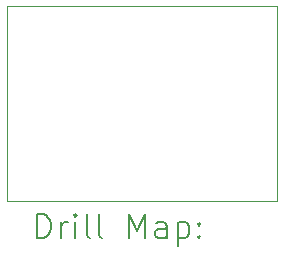
<source format=gbr>
%TF.GenerationSoftware,KiCad,Pcbnew,(6.0.8)*%
%TF.CreationDate,2023-05-19T15:03:57+02:00*%
%TF.ProjectId,10_Audio_Facile,31305f41-7564-4696-9f5f-466163696c65,rev?*%
%TF.SameCoordinates,Original*%
%TF.FileFunction,Drillmap*%
%TF.FilePolarity,Positive*%
%FSLAX45Y45*%
G04 Gerber Fmt 4.5, Leading zero omitted, Abs format (unit mm)*
G04 Created by KiCad (PCBNEW (6.0.8)) date 2023-05-19 15:03:57*
%MOMM*%
%LPD*%
G01*
G04 APERTURE LIST*
%ADD10C,0.050000*%
%ADD11C,0.200000*%
G04 APERTURE END LIST*
D10*
X12446000Y-7810500D02*
X10160000Y-7810500D01*
X12446000Y-6159500D02*
X12446000Y-7810500D01*
X10160000Y-7747000D02*
X10160000Y-7810500D01*
X10160000Y-7747000D02*
X10160000Y-6159500D01*
X10160000Y-6159500D02*
X12446000Y-6159500D01*
D11*
X10415119Y-8123476D02*
X10415119Y-7923476D01*
X10462738Y-7923476D01*
X10491310Y-7933000D01*
X10510357Y-7952048D01*
X10519881Y-7971095D01*
X10529405Y-8009190D01*
X10529405Y-8037762D01*
X10519881Y-8075857D01*
X10510357Y-8094905D01*
X10491310Y-8113952D01*
X10462738Y-8123476D01*
X10415119Y-8123476D01*
X10615119Y-8123476D02*
X10615119Y-7990143D01*
X10615119Y-8028238D02*
X10624643Y-8009190D01*
X10634167Y-7999667D01*
X10653214Y-7990143D01*
X10672262Y-7990143D01*
X10738929Y-8123476D02*
X10738929Y-7990143D01*
X10738929Y-7923476D02*
X10729405Y-7933000D01*
X10738929Y-7942524D01*
X10748452Y-7933000D01*
X10738929Y-7923476D01*
X10738929Y-7942524D01*
X10862738Y-8123476D02*
X10843690Y-8113952D01*
X10834167Y-8094905D01*
X10834167Y-7923476D01*
X10967500Y-8123476D02*
X10948452Y-8113952D01*
X10938929Y-8094905D01*
X10938929Y-7923476D01*
X11196071Y-8123476D02*
X11196071Y-7923476D01*
X11262738Y-8066333D01*
X11329405Y-7923476D01*
X11329405Y-8123476D01*
X11510357Y-8123476D02*
X11510357Y-8018714D01*
X11500833Y-7999667D01*
X11481786Y-7990143D01*
X11443690Y-7990143D01*
X11424643Y-7999667D01*
X11510357Y-8113952D02*
X11491309Y-8123476D01*
X11443690Y-8123476D01*
X11424643Y-8113952D01*
X11415119Y-8094905D01*
X11415119Y-8075857D01*
X11424643Y-8056809D01*
X11443690Y-8047286D01*
X11491309Y-8047286D01*
X11510357Y-8037762D01*
X11605595Y-7990143D02*
X11605595Y-8190143D01*
X11605595Y-7999667D02*
X11624643Y-7990143D01*
X11662738Y-7990143D01*
X11681786Y-7999667D01*
X11691309Y-8009190D01*
X11700833Y-8028238D01*
X11700833Y-8085381D01*
X11691309Y-8104428D01*
X11681786Y-8113952D01*
X11662738Y-8123476D01*
X11624643Y-8123476D01*
X11605595Y-8113952D01*
X11786548Y-8104428D02*
X11796071Y-8113952D01*
X11786548Y-8123476D01*
X11777024Y-8113952D01*
X11786548Y-8104428D01*
X11786548Y-8123476D01*
X11786548Y-7999667D02*
X11796071Y-8009190D01*
X11786548Y-8018714D01*
X11777024Y-8009190D01*
X11786548Y-7999667D01*
X11786548Y-8018714D01*
M02*

</source>
